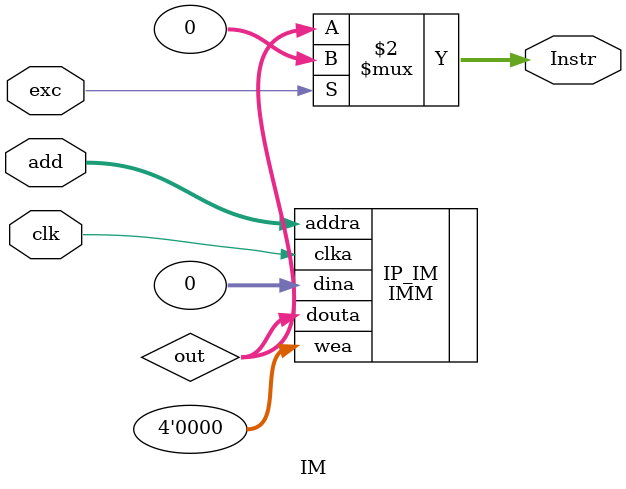
<source format=v>
`timescale 1ns / 1ps
module IM(
	input clk,
	input [12:0] add,
	input exc,
	output [31:0] Instr
    );
	wire [31:0] out;
	
	IMM IP_IM (
  .clka(clk), // input clka
  .wea(4'b0000), // input [3 : 0] wea
  .addra(add), // input [12 : 0] addra
  .dina(32'b0), // input [31 : 0] dina
  .douta(out) // output [31 : 0] douta
);
	assign Instr=(exc==0)?out:
							0;
endmodule

</source>
